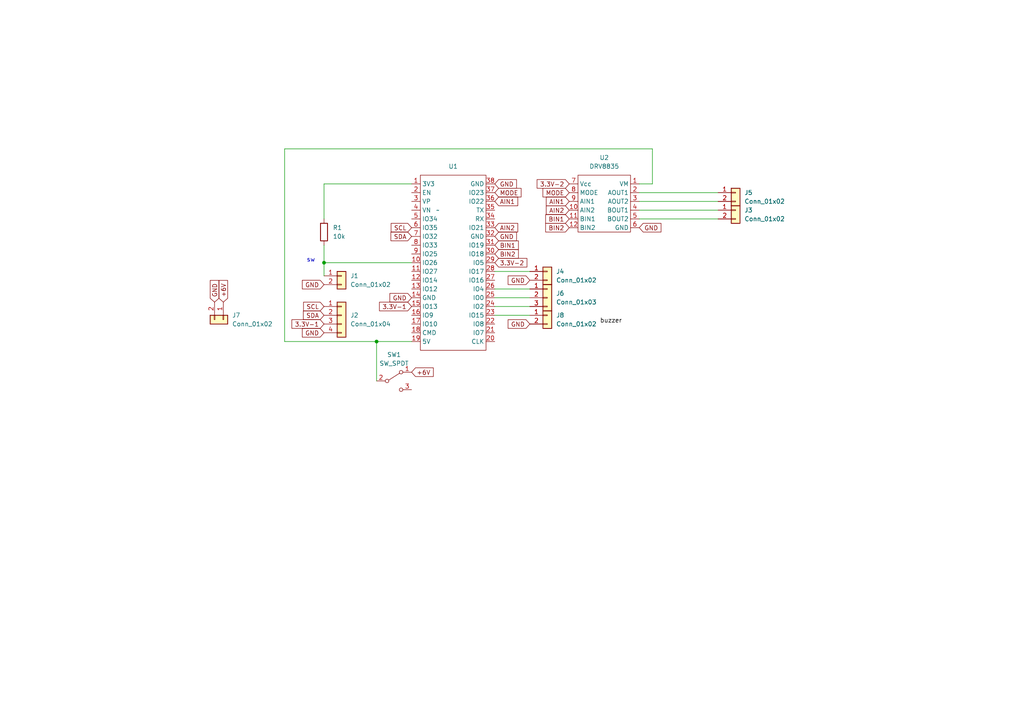
<source format=kicad_sch>
(kicad_sch (version 20230121) (generator eeschema)
  (paper "A4")
  (lib_symbols
    (symbol "Connector_Generic:Conn_01x02" (pin_names (offset 1.016) hide)
      (property "Reference" "J" (at 0 2.54 0))
      (property "Value" "Conn_01x02" (at 0 -5.08 0))
      (symbol "Conn_01x02_1_1"
        (rectangle (start -1.27 -2.413) (end 0 -2.667) (stroke (width 0.1524)))
        (rectangle (start -1.27 0.127) (end 0 -0.127) (stroke (width 0.1524)))
        (rectangle (start -1.27 1.27) (end 1.27 -3.81) (stroke (width 0.254)) (fill (type background)))
        (pin passive line (at -5.08 0 0) (length 3.81) (name "Pin_1") (number "1"))
        (pin passive line (at -5.08 -2.54 0) (length 3.81) (name "Pin_2") (number "2"))
      )
    )
    (symbol "Connector_Generic:Conn_01x03" (pin_names (offset 1.016) hide)
      (property "Reference" "J" (at 0 5.08 0))
      (property "Value" "Conn_01x03" (at 0 -5.08 0))
      (symbol "Conn_01x03_1_1"
        (rectangle (start -1.27 -2.413) (end 0 -2.667) (stroke (width 0.1524)))
        (rectangle (start -1.27 0.127) (end 0 -0.127) (stroke (width 0.1524)))
        (rectangle (start -1.27 2.667) (end 0 2.413) (stroke (width 0.1524)))
        (rectangle (start -1.27 3.81) (end 1.27 -3.81) (stroke (width 0.254)) (fill (type background)))
        (pin passive line (at -5.08 2.54 0) (length 3.81) (name "Pin_1") (number "1"))
        (pin passive line (at -5.08 0 0) (length 3.81) (name "Pin_2") (number "2"))
        (pin passive line (at -5.08 -2.54 0) (length 3.81) (name "Pin_3") (number "3"))
      )
    )
    (symbol "Connector_Generic:Conn_01x04" (pin_names (offset 1.016) hide)
      (property "Reference" "J" (at 0 5.08 0))
      (property "Value" "Conn_01x04" (at 0 -7.62 0))
      (symbol "Conn_01x04_1_1"
        (rectangle (start -1.27 -4.953) (end 0 -5.207) (stroke (width 0.1524)))
        (rectangle (start -1.27 -2.413) (end 0 -2.667) (stroke (width 0.1524)))
        (rectangle (start -1.27 0.127) (end 0 -0.127) (stroke (width 0.1524)))
        (rectangle (start -1.27 2.667) (end 0 2.413) (stroke (width 0.1524)))
        (rectangle (start -1.27 3.81) (end 1.27 -6.35) (stroke (width 0.254)) (fill (type background)))
        (pin passive line (at -5.08 2.54 0) (length 3.81) (name "Pin_1") (number "1"))
        (pin passive line (at -5.08 0 0) (length 3.81) (name "Pin_2") (number "2"))
        (pin passive line (at -5.08 -2.54 0) (length 3.81) (name "Pin_3") (number "3"))
        (pin passive line (at -5.08 -5.08 0) (length 3.81) (name "Pin_4") (number "4"))
      )
    )
    (symbol "Device:R" (pin_numbers hide) (pin_names (offset 0))
      (property "Reference" "R" (at 2.032 0 90))
      (property "Value" "R" (at 0 0 90))
      (symbol "R_0_1"
        (rectangle (start -1.016 -2.54) (end 1.016 2.54) (stroke (width 0.254)))
      )
      (symbol "R_1_1"
        (pin passive line (at 0 3.81 270) (length 1.27) (name "~") (number "1"))
        (pin passive line (at 0 -3.81 90) (length 1.27) (name "~") (number "2"))
      )
    )
    (symbol "Switch:SW_SPDT" (pin_names (offset 0) hide)
      (property "Reference" "SW" (at 0 4.318 0))
      (property "Value" "SW_SPDT" (at 0 -5.08 0))
      (symbol "SW_SPDT_0_0"
        (circle (center -2.032 0) (radius 0.508))
        (circle (center 2.032 -2.54) (radius 0.508))
      )
      (symbol "SW_SPDT_0_1"
        (polyline (pts (xy -1.524 0.254) (xy 1.651 2.286)))
        (circle (center 2.032 2.54) (radius 0.508))
      )
      (symbol "SW_SPDT_1_1"
        (pin passive line (at 5.08 2.54 180) (length 2.54) (name "A") (number "1"))
        (pin passive line (at -5.08 0 0) (length 2.54) (name "B") (number "2"))
        (pin passive line (at 5.08 -2.54 180) (length 2.54) (name "C") (number "3"))
      )
    )
    (symbol "morilib:DRV8835"
      (property "Reference" "U" (at 0 7.62 0))
      (property "Value" "DRV8835" (at 0 5.08 0))
      (symbol "DRV8835_0_1"
        (rectangle (start -7.62 3.81) (end 7.62 -12.7))
      )
      (symbol "DRV8835_1_1"
        (pin power_in line (at -10.16 1.27 0) (length 2.54) (name "VM") (number "1"))
        (pin input line (at 10.16 -6.35 180) (length 2.54) (name "AIN2") (number "10"))
        (pin input line (at 10.16 -8.89 180) (length 2.54) (name "BIN1") (number "11"))
        (pin input line (at 10.16 -11.43 180) (length 2.54) (name "BIN2") (number "12"))
        (pin output line (at -10.16 -1.27 0) (length 2.54) (name "AOUT1") (number "2"))
        (pin output line (at -10.16 -3.81 0) (length 2.54) (name "AOUT2") (number "3"))
        (pin output line (at -10.16 -6.35 0) (length 2.54) (name "BOUT1") (number "4"))
        (pin output line (at -10.16 -8.89 0) (length 2.54) (name "BOUT2") (number "5"))
        (pin power_out line (at -10.16 -11.43 0) (length 2.54) (name "GND") (number "6"))
        (pin power_in line (at 10.16 1.27 180) (length 2.54) (name "Vcc") (number "7"))
        (pin input line (at 10.16 -1.27 180) (length 2.54) (name "MODE") (number "8"))
        (pin input line (at 10.16 -3.81 180) (length 2.54) (name "AIN1") (number "9"))
      )
    )
    (symbol "morilib:esp32dev"
      (property "Reference" "U" (at 3.81 12.7 0))
      (symbol "esp32dev_0_1"
        (rectangle (start -5.08 10.16) (end 13.97 -40.64))
      )
      (symbol "esp32dev_1_1"
        (pin power_in line (at -7.62 7.62 0) (length 2.54) (name "3V3") (number "1"))
        (pin bidirectional line (at -7.62 -15.24 0) (length 2.54) (name "IO26") (number "10"))
        (pin bidirectional line (at -7.62 -17.78 0) (length 2.54) (name "IO27") (number "11"))
        (pin bidirectional line (at -7.62 -20.32 0) (length 2.54) (name "IO14") (number "12"))
        (pin bidirectional line (at -7.62 -22.86 0) (length 2.54) (name "IO12") (number "13"))
        (pin output line (at -7.62 -25.4 0) (length 2.54) (name "GND") (number "14"))
        (pin bidirectional line (at -7.62 -27.94 0) (length 2.54) (name "IO13") (number "15"))
        (pin bidirectional line (at -7.62 -30.48 0) (length 2.54) (name "IO9") (number "16"))
        (pin bidirectional line (at -7.62 -33.02 0) (length 2.54) (name "IO10") (number "17"))
        (pin bidirectional line (at -7.62 -35.56 0) (length 2.54) (name "CMD") (number "18"))
        (pin power_in line (at -7.62 -38.1 0) (length 2.54) (name "5V") (number "19"))
        (pin input line (at -7.62 5.08 0) (length 2.54) (name "EN") (number "2"))
        (pin bidirectional line (at 16.51 -38.1 180) (length 2.54) (name "CLK") (number "20"))
        (pin bidirectional line (at 16.51 -35.56 180) (length 2.54) (name "IO7") (number "21"))
        (pin bidirectional line (at 16.51 -33.02 180) (length 2.54) (name "IO8") (number "22"))
        (pin bidirectional line (at 16.51 -30.48 180) (length 2.54) (name "IO15") (number "23"))
        (pin bidirectional line (at 16.51 -27.94 180) (length 2.54) (name "IO2") (number "24"))
        (pin bidirectional line (at 16.51 -25.4 180) (length 2.54) (name "IO0") (number "25"))
        (pin bidirectional line (at 16.51 -22.86 180) (length 2.54) (name "IO4") (number "26"))
        (pin bidirectional line (at 16.51 -20.32 180) (length 2.54) (name "IO16") (number "27"))
        (pin bidirectional line (at 16.51 -17.78 180) (length 2.54) (name "IO17") (number "28"))
        (pin bidirectional line (at 16.51 -15.24 180) (length 2.54) (name "IO5") (number "29"))
        (pin input line (at -7.62 2.54 0) (length 2.54) (name "VP") (number "3"))
        (pin bidirectional line (at 16.51 -12.7 180) (length 2.54) (name "IO18") (number "30"))
        (pin bidirectional line (at 16.51 -10.16 180) (length 2.54) (name "IO19") (number "31"))
        (pin output line (at 16.51 -7.62 180) (length 2.54) (name "GND") (number "32"))
        (pin bidirectional line (at 16.51 -5.08 180) (length 2.54) (name "IO21") (number "33"))
        (pin bidirectional line (at 16.51 -2.54 180) (length 2.54) (name "RX") (number "34"))
        (pin bidirectional line (at 16.51 0 180) (length 2.54) (name "TX") (number "35"))
        (pin bidirectional line (at 16.51 2.54 180) (length 2.54) (name "IO22") (number "36"))
        (pin bidirectional line (at 16.51 5.08 180) (length 2.54) (name "IO23") (number "37"))
        (pin output line (at 16.51 7.62 180) (length 2.54) (name "GND") (number "38"))
        (pin input line (at -7.62 0 0) (length 2.54) (name "VN") (number "4"))
        (pin input line (at -7.62 -2.54 0) (length 2.54) (name "IO34") (number "5"))
        (pin input line (at -7.62 -5.08 0) (length 2.54) (name "IO35") (number "6"))
        (pin bidirectional line (at -7.62 -7.62 0) (length 2.54) (name "IO32") (number "7"))
        (pin bidirectional line (at -7.62 -10.16 0) (length 2.54) (name "IO33") (number "8"))
        (pin bidirectional line (at -7.62 -12.7 0) (length 2.54) (name "IO25") (number "9"))
      )
    )
  )
  (junction (at 109.22 99.06))
  (junction (at 93.98 76.2))
  (wire (pts (xy 109.22 99.06) (xy 119.38 99.06)))
  (wire (pts (xy 93.98 76.2) (xy 93.98 80.01)))
  (wire (pts (xy 143.51 83.82) (xy 153.67 83.82)))
  (wire (pts (xy 185.42 55.88) (xy 208.28 55.88)))
  (wire (pts (xy 185.42 63.5) (xy 208.28 63.5)))
  (wire (pts (xy 82.55 43.18) (xy 189.23 43.18)))
  (wire (pts (xy 93.98 71.12) (xy 93.98 76.2)))
  (wire (pts (xy 109.22 110.49) (xy 109.22 99.06)))
  (wire (pts (xy 143.51 88.9) (xy 153.67 88.9)))
  (wire (pts (xy 185.42 60.96) (xy 208.28 60.96)))
  (wire (pts (xy 143.51 86.36) (xy 153.67 86.36)))
  (wire (pts (xy 185.42 58.42) (xy 208.28 58.42)))
  (wire (pts (xy 189.23 53.34) (xy 185.42 53.34)))
  (wire (pts (xy 189.23 43.18) (xy 189.23 53.34)))
  (wire (pts (xy 82.55 99.06) (xy 82.55 43.18)))
  (wire (pts (xy 143.51 78.74) (xy 153.67 78.74)))
  (wire (pts (xy 93.98 53.34) (xy 93.98 63.5)))
  (wire (pts (xy 93.98 53.34) (xy 119.38 53.34)))
  (wire (pts (xy 143.51 91.44) (xy 153.67 91.44)))
  (wire (pts (xy 93.98 76.2) (xy 119.38 76.2)))
  (wire (pts (xy 109.22 99.06) (xy 82.55 99.06)))
  (text "sw" (at 88.9 76.2 0) (effects (font (size 1.27 1.27)) (justify left bottom)))
  (label "buzzer" (at 173.99 93.98 0))
  (global_label "SCL" (shape input) (at 119.38 66.04 180) (property "Intersheetrefs" "${INTERSHEET_REFS}" (effects hide)))
  (global_label "MODE" (shape input) (at 143.51 55.88 0) (property "Intersheetrefs" "${INTERSHEET_REFS}" (effects hide)))
  (global_label "BIN2" (shape input) (at 165.1 66.04 180) (property "Intersheetrefs" "${INTERSHEET_REFS}" (effects hide)))
  (global_label "GND" (shape input) (at 153.67 81.28 180) (property "Intersheetrefs" "${INTERSHEET_REFS}" (effects hide)))
  (global_label "3.3V-1" (shape input) (at 93.98 93.98 180) (property "Intersheetrefs" "${INTERSHEET_REFS}" (effects hide)))
  (global_label "GND" (shape input) (at 62.23 87.63 90) (property "Intersheetrefs" "${INTERSHEET_REFS}" (effects hide)))
  (global_label "GND" (shape input) (at 119.38 86.36 180) (property "Intersheetrefs" "${INTERSHEET_REFS}" (effects hide)))
  (global_label "SCL" (shape input) (at 93.98 88.9 180) (property "Intersheetrefs" "${INTERSHEET_REFS}" (effects hide)))
  (global_label "+6V" (shape input) (at 64.77 87.63 90) (property "Intersheetrefs" "${INTERSHEET_REFS}" (effects hide)))
  (global_label "GND" (shape input) (at 93.98 82.55 180) (property "Intersheetrefs" "${INTERSHEET_REFS}" (effects hide)))
  (global_label "SDA" (shape input) (at 119.38 68.58 180) (property "Intersheetrefs" "${INTERSHEET_REFS}" (effects hide)))
  (global_label "MODE" (shape input) (at 165.1 55.88 180) (property "Intersheetrefs" "${INTERSHEET_REFS}" (effects hide)))
  (global_label "AIN1" (shape input) (at 165.1 58.42 180) (property "Intersheetrefs" "${INTERSHEET_REFS}" (effects hide)))
  (global_label "3.3V-2" (shape input) (at 143.51 76.2 0) (property "Intersheetrefs" "${INTERSHEET_REFS}" (effects hide)))
  (global_label "GND" (shape input) (at 93.98 96.52 180) (property "Intersheetrefs" "${INTERSHEET_REFS}" (effects hide)))
  (global_label "GND" (shape input) (at 185.42 66.04 0) (property "Intersheetrefs" "${INTERSHEET_REFS}" (effects hide)))
  (global_label "BIN1" (shape input) (at 165.1 63.5 180) (property "Intersheetrefs" "${INTERSHEET_REFS}" (effects hide)))
  (global_label "SDA" (shape input) (at 93.98 91.44 180) (property "Intersheetrefs" "${INTERSHEET_REFS}" (effects hide)))
  (global_label "GND" (shape input) (at 143.51 68.58 0) (property "Intersheetrefs" "${INTERSHEET_REFS}" (effects hide)))
  (global_label "GND" (shape input) (at 143.51 53.34 0) (property "Intersheetrefs" "${INTERSHEET_REFS}" (effects hide)))
  (global_label "BIN1" (shape input) (at 143.51 71.12 0) (property "Intersheetrefs" "${INTERSHEET_REFS}" (effects hide)))
  (global_label "AIN2" (shape input) (at 165.1 60.96 180) (property "Intersheetrefs" "${INTERSHEET_REFS}" (effects hide)))
  (global_label "+6V" (shape input) (at 119.38 107.95 0) (property "Intersheetrefs" "${INTERSHEET_REFS}" (effects hide)))
  (global_label "BIN2" (shape input) (at 143.51 73.66 0) (property "Intersheetrefs" "${INTERSHEET_REFS}" (effects hide)))
  (global_label "AIN1" (shape input) (at 143.51 58.42 0) (property "Intersheetrefs" "${INTERSHEET_REFS}" (effects hide)))
  (global_label "3.3V-1" (shape input) (at 119.38 88.9 180) (property "Intersheetrefs" "${INTERSHEET_REFS}" (effects hide)))
  (global_label "AIN2" (shape input) (at 143.51 66.04 0) (property "Intersheetrefs" "${INTERSHEET_REFS}" (effects hide)))
  (global_label "GND" (shape input) (at 153.67 93.98 180) (property "Intersheetrefs" "${INTERSHEET_REFS}" (effects hide)))
  (global_label "3.3V-2" (shape input) (at 165.1 53.34 180) (property "Intersheetrefs" "${INTERSHEET_REFS}" (effects hide)))
  (symbol (lib_id "morilib:esp32dev") (at 127 60.96 0) (unit 1)
    (property "Reference" "U1" (at 131.445 48.26 0))
    (property "Value" "~" (at 127 60.96 0))
    (property "Footprint" "mori:ESP32" (effects hide))
  )
  (symbol (lib_id "Connector_Generic:Conn_01x02") (at 158.75 78.74 0) (unit 1)
    (property "Reference" "J4" (at 161.29 78.74 0) (effects (justify left)))
    (property "Value" "Conn_01x02" (at 161.29 81.28 0) (effects (justify left)))
    (property "Footprint" "Connector_JST:JST_XH_B2B-XH-A_1x02_P2.50mm_Vertical" (effects hide))
  )
  (symbol (lib_id "Connector_Generic:Conn_01x02") (at 213.36 60.96 0) (unit 1)
    (property "Reference" "J3" (at 215.9 60.96 0) (effects (justify left)))
    (property "Value" "Conn_01x02" (at 215.9 63.5 0) (effects (justify left)))
    (property "Footprint" "Connector_JST:JST_XH_B2B-XH-A_1x02_P2.50mm_Vertical" (effects hide))
  )
  (symbol (lib_id "Device:R") (at 93.98 67.31 0) (unit 1)
    (property "Reference" "R1" (at 96.52 66.04 0) (effects (justify left)))
    (property "Value" "10k" (at 96.52 68.58 0) (effects (justify left)))
    (property "Footprint" "Resistor_THT:R_Axial_DIN0207_L6.3mm_D2.5mm_P7.62mm_Horizontal" (effects hide))
  )
  (symbol (lib_id "Switch:SW_SPDT") (at 114.3 110.49 0) (unit 1)
    (property "Reference" "SW1" (at 114.3 102.87 0))
    (property "Value" "SW_SPDT" (at 114.3 105.41 0))
    (property "Footprint" "mori:switch" (effects hide))
  )
  (symbol (lib_id "Connector_Generic:Conn_01x02") (at 213.36 55.88 0) (unit 1)
    (property "Reference" "J5" (at 215.9 55.88 0) (effects (justify left)))
    (property "Value" "Conn_01x02" (at 215.9 58.42 0) (effects (justify left)))
    (property "Footprint" "Connector_JST:JST_XH_B2B-XH-A_1x02_P2.50mm_Vertical" (effects hide))
  )
  (symbol (lib_id "Connector_Generic:Conn_01x02") (at 99.06 80.01 0) (unit 1)
    (property "Reference" "J1" (at 101.6 80.01 0) (effects (justify left)))
    (property "Value" "Conn_01x02" (at 101.6 82.55 0) (effects (justify left)))
    (property "Footprint" "Connector_JST:JST_XH_B2B-XH-A_1x02_P2.50mm_Vertical" (effects hide))
  )
  (symbol (lib_id "Connector_Generic:Conn_01x04") (at 99.06 91.44 0) (unit 1)
    (property "Reference" "J2" (at 101.6 91.44 0) (effects (justify left)))
    (property "Value" "Conn_01x04" (at 101.6 93.98 0) (effects (justify left)))
    (property "Footprint" "Connector_JST:JST_XH_B4B-XH-A_1x04_P2.50mm_Vertical" (effects hide))
  )
  (symbol (lib_id "Connector_Generic:Conn_01x03") (at 158.75 86.36 0) (unit 1)
    (property "Reference" "J6" (at 161.29 85.09 0) (effects (justify left)))
    (property "Value" "Conn_01x03" (at 161.29 87.63 0) (effects (justify left)))
    (property "Footprint" "Connector_JST:JST_XH_B3B-XH-A_1x03_P2.50mm_Vertical" (effects hide))
  )
  (symbol (lib_id "Connector_Generic:Conn_01x02") (at 158.75 91.44 0) (unit 1)
    (property "Reference" "J8" (at 161.29 91.44 0) (effects (justify left)))
    (property "Value" "Conn_01x02" (at 161.29 93.98 0) (effects (justify left)))
    (property "Footprint" "Connector_JST:JST_XH_B2B-XH-A_1x02_P2.50mm_Vertical" (effects hide))
  )
  (symbol (lib_id "Connector_Generic:Conn_01x02") (at 64.77 92.71 270) (unit 1)
    (property "Reference" "J7" (at 67.31 91.44 90) (effects (justify left)))
    (property "Value" "Conn_01x02" (at 67.31 93.98 90) (effects (justify left)))
  )
  (symbol (lib_id "morilib:DRV8835") (at 175.26 54.61 0) (mirror y) (unit 1)
    (property "Reference" "U2" (at 175.26 45.72 0))
    (property "Value" "DRV8835" (at 175.26 48.26 0))
    (property "Footprint" "mori:DRV8835" (effects hide))
  )
)
</source>
